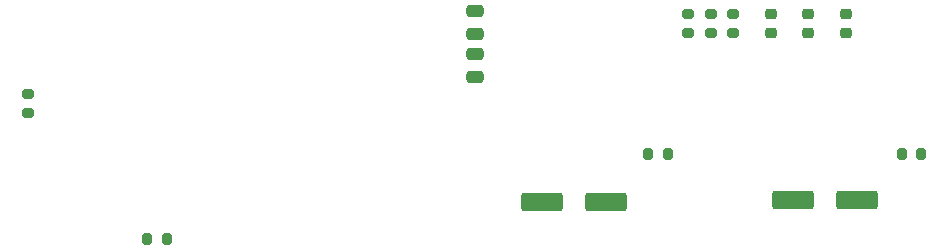
<source format=gtp>
G04 #@! TF.GenerationSoftware,KiCad,Pcbnew,(6.0.0)*
G04 #@! TF.CreationDate,2022-01-08T16:55:08+01:00*
G04 #@! TF.ProjectId,ercf-easy-brd,65726366-2d65-4617-9379-2d6272642e6b,v1.0-beta1*
G04 #@! TF.SameCoordinates,Original*
G04 #@! TF.FileFunction,Paste,Top*
G04 #@! TF.FilePolarity,Positive*
%FSLAX46Y46*%
G04 Gerber Fmt 4.6, Leading zero omitted, Abs format (unit mm)*
G04 Created by KiCad (PCBNEW (6.0.0)) date 2022-01-08 16:55:08*
%MOMM*%
%LPD*%
G01*
G04 APERTURE LIST*
G04 Aperture macros list*
%AMRoundRect*
0 Rectangle with rounded corners*
0 $1 Rounding radius*
0 $2 $3 $4 $5 $6 $7 $8 $9 X,Y pos of 4 corners*
0 Add a 4 corners polygon primitive as box body*
4,1,4,$2,$3,$4,$5,$6,$7,$8,$9,$2,$3,0*
0 Add four circle primitives for the rounded corners*
1,1,$1+$1,$2,$3*
1,1,$1+$1,$4,$5*
1,1,$1+$1,$6,$7*
1,1,$1+$1,$8,$9*
0 Add four rect primitives between the rounded corners*
20,1,$1+$1,$2,$3,$4,$5,0*
20,1,$1+$1,$4,$5,$6,$7,0*
20,1,$1+$1,$6,$7,$8,$9,0*
20,1,$1+$1,$8,$9,$2,$3,0*%
G04 Aperture macros list end*
%ADD10RoundRect,0.200000X-0.275000X0.200000X-0.275000X-0.200000X0.275000X-0.200000X0.275000X0.200000X0*%
%ADD11RoundRect,0.250000X0.475000X-0.250000X0.475000X0.250000X-0.475000X0.250000X-0.475000X-0.250000X0*%
%ADD12RoundRect,0.200000X0.200000X0.275000X-0.200000X0.275000X-0.200000X-0.275000X0.200000X-0.275000X0*%
%ADD13RoundRect,0.200000X0.275000X-0.200000X0.275000X0.200000X-0.275000X0.200000X-0.275000X-0.200000X0*%
%ADD14RoundRect,0.250000X-0.475000X0.250000X-0.475000X-0.250000X0.475000X-0.250000X0.475000X0.250000X0*%
%ADD15RoundRect,0.218750X0.256250X-0.218750X0.256250X0.218750X-0.256250X0.218750X-0.256250X-0.218750X0*%
%ADD16RoundRect,0.250000X1.500000X0.550000X-1.500000X0.550000X-1.500000X-0.550000X1.500000X-0.550000X0*%
G04 APERTURE END LIST*
D10*
X145542000Y-109665000D03*
X145542000Y-111315000D03*
X143637000Y-109665000D03*
X143637000Y-111315000D03*
X141732000Y-109665000D03*
X141732000Y-111315000D03*
D11*
X123698000Y-114996000D03*
X123698000Y-113096000D03*
D12*
X97599000Y-128778000D03*
X95949000Y-128778000D03*
D13*
X85852000Y-118109000D03*
X85852000Y-116459000D03*
D12*
X161480000Y-121539000D03*
X159830000Y-121539000D03*
X140017000Y-121539000D03*
X138367000Y-121539000D03*
D14*
X123698000Y-109474000D03*
X123698000Y-111374000D03*
D15*
X155067000Y-111277500D03*
X155067000Y-109702500D03*
X151892000Y-111277500D03*
X151892000Y-109702500D03*
D16*
X134780000Y-125603000D03*
X129380000Y-125603000D03*
X155989000Y-125476000D03*
X150589000Y-125476000D03*
D15*
X148717000Y-111277500D03*
X148717000Y-109702500D03*
M02*

</source>
